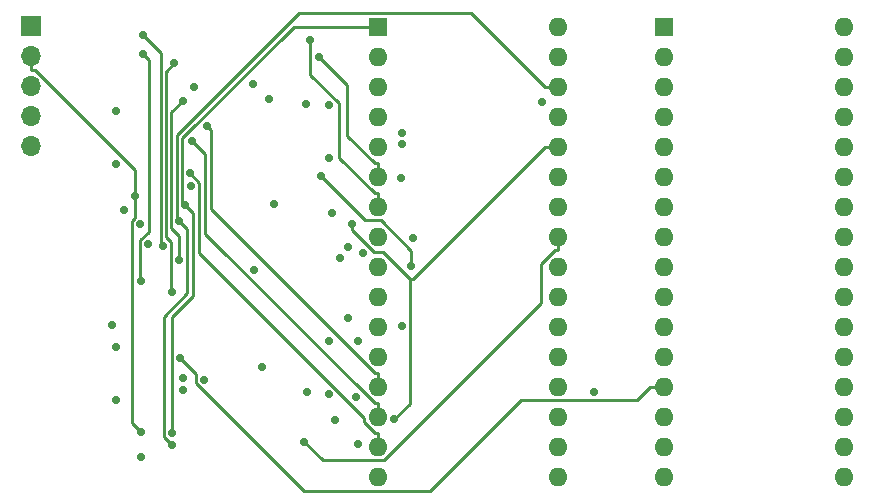
<source format=gbl>
G04 #@! TF.GenerationSoftware,KiCad,Pcbnew,7.0.10*
G04 #@! TF.CreationDate,2024-02-09T18:30:01-05:00*
G04 #@! TF.ProjectId,Rosco-MiniHat,526f7363-6f2d-44d6-996e-694861742e6b,rev?*
G04 #@! TF.SameCoordinates,Original*
G04 #@! TF.FileFunction,Copper,L4,Bot*
G04 #@! TF.FilePolarity,Positive*
%FSLAX46Y46*%
G04 Gerber Fmt 4.6, Leading zero omitted, Abs format (unit mm)*
G04 Created by KiCad (PCBNEW 7.0.10) date 2024-02-09 18:30:01*
%MOMM*%
%LPD*%
G01*
G04 APERTURE LIST*
G04 #@! TA.AperFunction,ComponentPad*
%ADD10R,1.700000X1.700000*%
G04 #@! TD*
G04 #@! TA.AperFunction,ComponentPad*
%ADD11O,1.700000X1.700000*%
G04 #@! TD*
G04 #@! TA.AperFunction,ComponentPad*
%ADD12R,1.600000X1.600000*%
G04 #@! TD*
G04 #@! TA.AperFunction,ComponentPad*
%ADD13O,1.600000X1.600000*%
G04 #@! TD*
G04 #@! TA.AperFunction,ViaPad*
%ADD14C,0.700000*%
G04 #@! TD*
G04 #@! TA.AperFunction,Conductor*
%ADD15C,0.250000*%
G04 #@! TD*
G04 APERTURE END LIST*
D10*
X58288000Y-52320000D03*
D11*
X58288000Y-54860000D03*
X58288000Y-57400000D03*
X58288000Y-59940000D03*
X58288000Y-62480000D03*
D12*
X111867000Y-52387000D03*
D13*
X111867000Y-54927000D03*
X111867000Y-57467000D03*
X111867000Y-60007000D03*
X111867000Y-62547000D03*
X111867000Y-65087000D03*
X111867000Y-67627000D03*
X111867000Y-70167000D03*
X111867000Y-72707000D03*
X111867000Y-75247000D03*
X111867000Y-77787000D03*
X111867000Y-80327000D03*
X111867000Y-82867000D03*
X111867000Y-85407000D03*
X111867000Y-87947000D03*
X111867000Y-90487000D03*
X127107000Y-90487000D03*
X127107000Y-87947000D03*
X127107000Y-85407000D03*
X127107000Y-82867000D03*
X127107000Y-80327000D03*
X127107000Y-77787000D03*
X127107000Y-75247000D03*
X127107000Y-72707000D03*
X127107000Y-70167000D03*
X127107000Y-67627000D03*
X127107000Y-65087000D03*
X127107000Y-62547000D03*
X127107000Y-60007000D03*
X127107000Y-57467000D03*
X127107000Y-54927000D03*
X127107000Y-52387000D03*
D12*
X87667000Y-52387000D03*
D13*
X87667000Y-54927000D03*
X87667000Y-57467000D03*
X87667000Y-60007000D03*
X87667000Y-62547000D03*
X87667000Y-65087000D03*
X87667000Y-67627000D03*
X87667000Y-70167000D03*
X87667000Y-72707000D03*
X87667000Y-75247000D03*
X87667000Y-77787000D03*
X87667000Y-80327000D03*
X87667000Y-82867000D03*
X87667000Y-85407000D03*
X87667000Y-87947000D03*
X87667000Y-90487000D03*
X102907000Y-90487000D03*
X102907000Y-87947000D03*
X102907000Y-85407000D03*
X102907000Y-82867000D03*
X102907000Y-80327000D03*
X102907000Y-77787000D03*
X102907000Y-75247000D03*
X102907000Y-72707000D03*
X102907000Y-70167000D03*
X102907000Y-67627000D03*
X102907000Y-65087000D03*
X102907000Y-62547000D03*
X102907000Y-60007000D03*
X102907000Y-57467000D03*
X102907000Y-54927000D03*
X102907000Y-52387000D03*
D14*
X65500000Y-79500000D03*
X83500000Y-63500000D03*
X83500000Y-83500000D03*
X65500000Y-59500000D03*
X83500000Y-79000000D03*
X65500000Y-84000000D03*
X83500000Y-59000000D03*
X65500000Y-64000000D03*
X67135500Y-66700000D03*
X67586700Y-86700000D03*
X71303400Y-67500000D03*
X70243600Y-86797600D03*
X67589500Y-88854800D03*
X67544300Y-69135200D03*
X86023000Y-87709000D03*
X86414700Y-71570200D03*
X83803300Y-68209100D03*
X84029600Y-85671000D03*
X78413500Y-58547100D03*
X77117100Y-57260700D03*
X84469800Y-71966500D03*
X82681100Y-54972300D03*
X85179700Y-71059600D03*
X81952000Y-53553500D03*
X69470400Y-70935800D03*
X67760200Y-53100000D03*
X71134100Y-58669400D03*
X70851400Y-72182900D03*
X67594800Y-73962600D03*
X67751200Y-54700000D03*
X70422500Y-55500000D03*
X85110600Y-77060000D03*
X70240000Y-74824800D03*
X65152400Y-77663200D03*
X73162700Y-60780100D03*
X71916900Y-62034200D03*
X71755300Y-64821600D03*
X66216300Y-67952500D03*
X82820100Y-64996200D03*
X90490500Y-72654800D03*
X89606000Y-65184700D03*
X89733900Y-62335400D03*
X81587400Y-58958500D03*
X89678600Y-61375600D03*
X72069300Y-57525500D03*
X77819700Y-81247900D03*
X90648600Y-70274600D03*
X78904000Y-67375500D03*
X71888500Y-65876200D03*
X77148100Y-72994000D03*
X81410700Y-87534800D03*
X105944100Y-83307400D03*
X89678600Y-77765900D03*
X89044300Y-85653400D03*
X85517400Y-69100000D03*
X70851500Y-68877600D03*
X70230300Y-87813800D03*
X68206800Y-70771600D03*
X72976900Y-82303600D03*
X101528400Y-58737000D03*
X70926200Y-80416700D03*
X71203800Y-82168700D03*
X71205400Y-83126400D03*
X85855900Y-83791500D03*
X81658100Y-83323500D03*
X86022900Y-78969900D03*
D15*
X58288000Y-54860000D02*
X58288000Y-56036900D01*
X66867400Y-68854900D02*
X66867400Y-85980700D01*
X67135500Y-68586800D02*
X66867400Y-68854900D01*
X58288000Y-56036900D02*
X58653800Y-56036900D01*
X66867400Y-85980700D02*
X67586700Y-86700000D01*
X67135500Y-64518600D02*
X67135500Y-66700000D01*
X67135500Y-66700000D02*
X67135500Y-68586800D01*
X58653800Y-56036900D02*
X67135500Y-64518600D01*
X70243600Y-76937300D02*
X71980200Y-75200700D01*
X71078300Y-67274900D02*
X71303400Y-67500000D01*
X71980200Y-75200700D02*
X71980200Y-68176800D01*
X80550200Y-52387000D02*
X71078300Y-61858900D01*
X71078300Y-61858900D02*
X71078300Y-67274900D01*
X71980200Y-68176800D02*
X71303400Y-67500000D01*
X86540100Y-52387000D02*
X80550200Y-52387000D01*
X70243600Y-86797600D02*
X70243600Y-76937300D01*
X87667000Y-52387000D02*
X86540100Y-52387000D01*
X85036600Y-61611400D02*
X85036600Y-57327800D01*
X87385300Y-63960100D02*
X85036600Y-61611400D01*
X87667000Y-65087000D02*
X87667000Y-63960100D01*
X85036600Y-57327800D02*
X82681100Y-54972300D01*
X87667000Y-63960100D02*
X87385300Y-63960100D01*
X87667000Y-66500100D02*
X87385300Y-66500100D01*
X84359600Y-63474400D02*
X84359600Y-58853400D01*
X87667000Y-67627000D02*
X87667000Y-66500100D01*
X84359600Y-58853400D02*
X81952000Y-56445800D01*
X87385300Y-66500100D02*
X84359600Y-63474400D01*
X81952000Y-56445800D02*
X81952000Y-53553500D01*
X69270700Y-70736100D02*
X69270700Y-54610500D01*
X69470400Y-70935800D02*
X69270700Y-70736100D01*
X69270700Y-54610500D02*
X67760200Y-53100000D01*
X70174500Y-69404400D02*
X70174500Y-59629000D01*
X70851400Y-72182900D02*
X70851400Y-70081300D01*
X70174500Y-59629000D02*
X71134100Y-58669400D01*
X70851400Y-70081300D02*
X70174500Y-69404400D01*
X68281600Y-69739600D02*
X67529900Y-70491300D01*
X67751200Y-54700000D02*
X68281600Y-55230400D01*
X67529900Y-73897700D02*
X67594800Y-73962600D01*
X68281600Y-55230400D02*
X68281600Y-69739600D01*
X67529900Y-70491300D02*
X67529900Y-73897700D01*
X70240000Y-74824800D02*
X70152700Y-74737500D01*
X69722600Y-56199900D02*
X70422500Y-55500000D01*
X70152700Y-74737500D02*
X70152700Y-70660800D01*
X70152700Y-70660800D02*
X69722600Y-70230700D01*
X69722600Y-70230700D02*
X69722600Y-56199900D01*
X73524300Y-67832500D02*
X73524300Y-61141700D01*
X87667000Y-81740100D02*
X87431900Y-81740100D01*
X87431900Y-81740100D02*
X73524300Y-67832500D01*
X87667000Y-82867000D02*
X87667000Y-81740100D01*
X73524300Y-61141700D02*
X73162700Y-60780100D01*
X87667000Y-85407000D02*
X87667000Y-84280100D01*
X87667000Y-84280100D02*
X87418100Y-84280100D01*
X73072400Y-69934400D02*
X73072400Y-63189700D01*
X73072400Y-63189700D02*
X71916900Y-62034200D01*
X87418100Y-84280100D02*
X73072400Y-69934400D01*
X72565400Y-65595800D02*
X71791200Y-64821600D01*
X72565400Y-71553700D02*
X72565400Y-65595800D01*
X86507900Y-85894500D02*
X86507900Y-85496200D01*
X86507900Y-85496200D02*
X72565400Y-71553700D01*
X87667000Y-87947000D02*
X87667000Y-86820100D01*
X71791200Y-64821600D02*
X71755300Y-64821600D01*
X87667000Y-86820100D02*
X87433500Y-86820100D01*
X87433500Y-86820100D02*
X86507900Y-85894500D01*
X86579000Y-68755100D02*
X82820100Y-64996200D01*
X87894100Y-68755100D02*
X86579000Y-68755100D01*
X90490500Y-72654800D02*
X90490500Y-71351500D01*
X90490500Y-71351500D02*
X87894100Y-68755100D01*
X81410700Y-87534800D02*
X82989300Y-89113400D01*
X82989300Y-89113400D02*
X88149600Y-89113400D01*
X102907000Y-70167000D02*
X102907000Y-71293900D01*
X88149600Y-89113400D02*
X101492400Y-75770600D01*
X101492400Y-75770600D02*
X101492400Y-72475000D01*
X101492400Y-72475000D02*
X102673500Y-71293900D01*
X102673500Y-71293900D02*
X102907000Y-71293900D01*
X89044300Y-85653400D02*
X90362100Y-84335600D01*
X90362100Y-73720900D02*
X90606200Y-73720900D01*
X90606200Y-73720900D02*
X101780100Y-62547000D01*
X90362100Y-84335600D02*
X90362100Y-73720900D01*
X87306800Y-71440000D02*
X85517400Y-69650600D01*
X102907000Y-62547000D02*
X101780100Y-62547000D01*
X90362100Y-73720900D02*
X88081200Y-71440000D01*
X88081200Y-71440000D02*
X87306800Y-71440000D01*
X85517400Y-69650600D02*
X85517400Y-69100000D01*
X70626400Y-61591000D02*
X70626400Y-68652500D01*
X80957300Y-51260100D02*
X70626400Y-61591000D01*
X70626400Y-68652500D02*
X70851500Y-68877600D01*
X70230300Y-87813800D02*
X69553800Y-87137300D01*
X71528300Y-74960900D02*
X71528300Y-69554400D01*
X69553800Y-76935400D02*
X71528300Y-74960900D01*
X101780100Y-57467000D02*
X95573200Y-51260100D01*
X71528300Y-69554400D02*
X70851500Y-68877600D01*
X69553800Y-87137300D02*
X69553800Y-76935400D01*
X102907000Y-57467000D02*
X101780100Y-57467000D01*
X95573200Y-51260100D02*
X80957300Y-51260100D01*
X110740100Y-82867000D02*
X109613200Y-83993900D01*
X99772500Y-83993900D02*
X92099600Y-91666800D01*
X72300000Y-81790500D02*
X70926200Y-80416700D01*
X109613200Y-83993900D02*
X99772500Y-83993900D01*
X111867000Y-82867000D02*
X110740100Y-82867000D01*
X92099600Y-91666800D02*
X81382900Y-91666800D01*
X72300000Y-82583900D02*
X72300000Y-81790500D01*
X81382900Y-91666800D02*
X72300000Y-82583900D01*
M02*

</source>
